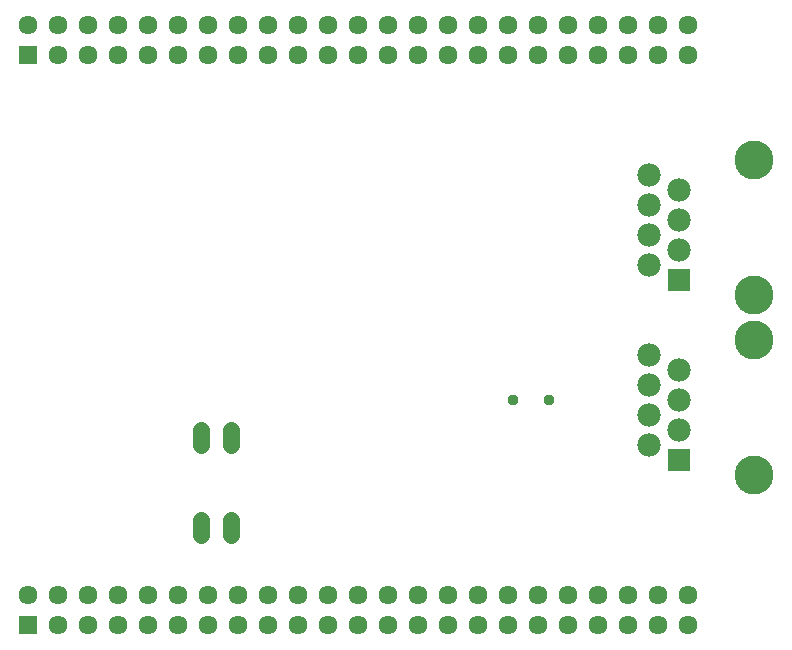
<source format=gbs>
G75*
G70*
%OFA0B0*%
%FSLAX24Y24*%
%IPPOS*%
%LPD*%
%AMOC8*
5,1,8,0,0,1.08239X$1,22.5*
%
%ADD10R,0.0634X0.0634*%
%ADD11C,0.0634*%
%ADD12C,0.0560*%
%ADD13C,0.0780*%
%ADD14R,0.0780X0.0780*%
%ADD15C,0.1300*%
%ADD16C,0.0375*%
D10*
X008000Y000880D03*
X008000Y019880D03*
D11*
X009000Y019880D03*
X010000Y019880D03*
X011000Y019880D03*
X012000Y019880D03*
X013000Y019880D03*
X014000Y019880D03*
X015000Y019880D03*
X016000Y019880D03*
X017000Y019880D03*
X018000Y019880D03*
X019000Y019880D03*
X020000Y019880D03*
X021000Y019880D03*
X022000Y019880D03*
X023000Y019880D03*
X024000Y019880D03*
X025000Y019880D03*
X026000Y019880D03*
X027000Y019880D03*
X028000Y019880D03*
X029000Y019880D03*
X030000Y019880D03*
X030000Y020880D03*
X029000Y020880D03*
X028000Y020880D03*
X027000Y020880D03*
X026000Y020880D03*
X025000Y020880D03*
X024000Y020880D03*
X023000Y020880D03*
X022000Y020880D03*
X021000Y020880D03*
X020000Y020880D03*
X019000Y020880D03*
X018000Y020880D03*
X017000Y020880D03*
X016000Y020880D03*
X015000Y020880D03*
X014000Y020880D03*
X013000Y020880D03*
X012000Y020880D03*
X011000Y020880D03*
X010000Y020880D03*
X009000Y020880D03*
X008000Y020880D03*
X008000Y001880D03*
X009000Y001880D03*
X010000Y001880D03*
X011000Y001880D03*
X012000Y001880D03*
X013000Y001880D03*
X014000Y001880D03*
X015000Y001880D03*
X016000Y001880D03*
X017000Y001880D03*
X018000Y001880D03*
X019000Y001880D03*
X020000Y001880D03*
X021000Y001880D03*
X022000Y001880D03*
X023000Y001880D03*
X024000Y001880D03*
X025000Y001880D03*
X026000Y001880D03*
X027000Y001880D03*
X028000Y001880D03*
X029000Y001880D03*
X030000Y001880D03*
X030000Y000880D03*
X029000Y000880D03*
X028000Y000880D03*
X027000Y000880D03*
X026000Y000880D03*
X025000Y000880D03*
X024000Y000880D03*
X023000Y000880D03*
X022000Y000880D03*
X021000Y000880D03*
X020000Y000880D03*
X019000Y000880D03*
X018000Y000880D03*
X017000Y000880D03*
X016000Y000880D03*
X015000Y000880D03*
X014000Y000880D03*
X013000Y000880D03*
X012000Y000880D03*
X011000Y000880D03*
X010000Y000880D03*
X009000Y000880D03*
D12*
X013750Y003870D02*
X013750Y004390D01*
X014750Y004390D02*
X014750Y003870D01*
X014750Y006870D02*
X014750Y007390D01*
X013750Y007390D02*
X013750Y006870D01*
D13*
X028690Y006880D03*
X029690Y007380D03*
X028690Y007880D03*
X029690Y008380D03*
X028690Y008880D03*
X029690Y009380D03*
X028690Y009880D03*
X028690Y012880D03*
X029690Y013380D03*
X028690Y013880D03*
X029690Y014380D03*
X028690Y014880D03*
X029690Y015380D03*
X028690Y015880D03*
D14*
X029690Y012380D03*
X029690Y006380D03*
D15*
X032190Y005880D03*
X032190Y010380D03*
X032190Y011880D03*
X032190Y016380D03*
D16*
X025341Y008380D03*
X024159Y008380D03*
M02*

</source>
